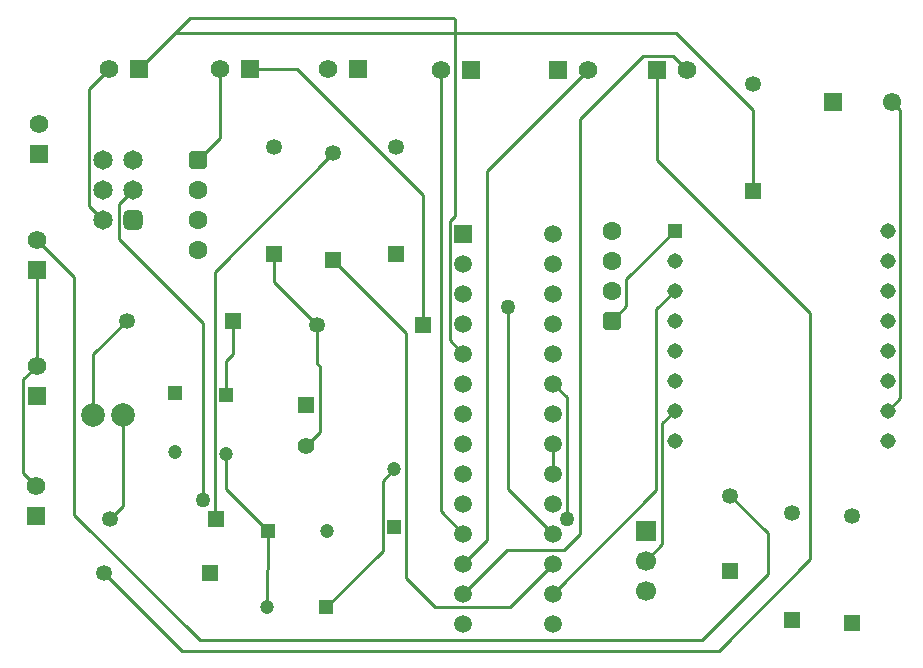
<source format=gbr>
G04*
G04 #@! TF.GenerationSoftware,Altium Limited,Altium Designer,24.10.1 (45)*
G04*
G04 Layer_Physical_Order=1*
G04 Layer_Color=255*
%FSLAX25Y25*%
%MOIN*%
G70*
G04*
G04 #@! TF.SameCoordinates,82B40839-DE60-4B9F-80D9-4B01C0AB2508*
G04*
G04*
G04 #@! TF.FilePolarity,Positive*
G04*
G01*
G75*
%ADD16C,0.01000*%
%ADD23C,0.04724*%
%ADD24R,0.04724X0.04724*%
%ADD25C,0.07874*%
%ADD26R,0.04724X0.04724*%
%ADD30C,0.06181*%
%ADD31R,0.06181X0.06181*%
%ADD32C,0.06102*%
%ADD33R,0.06102X0.06102*%
%ADD34R,0.06181X0.06181*%
%ADD44R,0.05315X0.05315*%
%ADD45C,0.05315*%
%ADD46R,0.05512X0.05512*%
%ADD47C,0.05512*%
%ADD48C,0.06693*%
%ADD49R,0.06693X0.06693*%
%ADD50R,0.05315X0.05315*%
%ADD51C,0.05150*%
%ADD52R,0.05150X0.05150*%
%ADD53C,0.06299*%
G04:AMPARAMS|DCode=54|XSize=62.99mil|YSize=62.99mil|CornerRadius=15.75mil|HoleSize=0mil|Usage=FLASHONLY|Rotation=270.000|XOffset=0mil|YOffset=0mil|HoleType=Round|Shape=RoundedRectangle|*
%AMROUNDEDRECTD54*
21,1,0.06299,0.03150,0,0,270.0*
21,1,0.03150,0.06299,0,0,270.0*
1,1,0.03150,-0.01575,-0.01575*
1,1,0.03150,-0.01575,0.01575*
1,1,0.03150,0.01575,0.01575*
1,1,0.03150,0.01575,-0.01575*
%
%ADD54ROUNDEDRECTD54*%
G04:AMPARAMS|DCode=55|XSize=64.96mil|YSize=64.96mil|CornerRadius=16.24mil|HoleSize=0mil|Usage=FLASHONLY|Rotation=90.000|XOffset=0mil|YOffset=0mil|HoleType=Round|Shape=RoundedRectangle|*
%AMROUNDEDRECTD55*
21,1,0.06496,0.03248,0,0,90.0*
21,1,0.03248,0.06496,0,0,90.0*
1,1,0.03248,0.01624,0.01624*
1,1,0.03248,0.01624,-0.01624*
1,1,0.03248,-0.01624,-0.01624*
1,1,0.03248,-0.01624,0.01624*
%
%ADD55ROUNDEDRECTD55*%
%ADD56C,0.06496*%
%ADD57C,0.05906*%
%ADD58R,0.05906X0.05906*%
%ADD59C,0.05000*%
D16*
X152600Y214000D02*
Y218414D01*
X152014Y219000D02*
X152600Y218414D01*
X64500Y219000D02*
X152014D01*
X59500Y214000D02*
X64500Y219000D01*
X152600Y152700D02*
Y214000D01*
X226300D01*
X59500D02*
X152600D01*
X47500Y202000D02*
X59500Y214000D01*
X72600Y52000D02*
Y134317D01*
X92500Y130783D02*
Y140283D01*
Y130783D02*
X106783Y116500D01*
X42000Y56217D02*
Y86500D01*
X37783Y52000D02*
X42000Y56217D01*
X106783Y103617D02*
Y116500D01*
Y103617D02*
X107700Y102700D01*
Y80810D02*
Y102700D01*
X103000Y76110D02*
X107700Y80810D01*
X76500Y62000D02*
Y73657D01*
Y62000D02*
X90500Y48000D01*
X13500Y145000D02*
X25900Y132600D01*
Y53100D02*
Y132600D01*
Y53100D02*
X67600Y11400D01*
X235000D01*
X257000Y33400D01*
Y47098D01*
X244500Y59598D02*
X257000Y47098D01*
X142217Y116500D02*
Y159983D01*
X100200Y202000D02*
X142217Y159983D01*
X84500Y202000D02*
X100200D01*
X163406Y167906D02*
X197000Y201500D01*
X163406Y44906D02*
Y167906D01*
X155500Y37000D02*
X163406Y44906D01*
X155500Y27000D02*
X170000Y41500D01*
X189000D01*
X194500Y47000D01*
Y185200D01*
X215400Y206100D01*
X225400D01*
X230000Y201500D01*
X170500Y62000D02*
X185500Y47000D01*
X170500Y62000D02*
Y122500D01*
X112000Y138283D02*
X136400Y113883D01*
Y32300D02*
Y113883D01*
Y32300D02*
X146200Y22500D01*
X171000D01*
X185500Y37000D01*
X74500Y179000D02*
Y202000D01*
X67000Y171500D02*
X74500Y179000D01*
X226300Y214000D02*
X252000Y188300D01*
Y161283D02*
Y188300D01*
X219900Y121900D02*
X226000Y128000D01*
X219900Y61400D02*
Y121900D01*
X185500Y27000D02*
X219900Y61400D01*
X220000Y171600D02*
Y201500D01*
Y171600D02*
X271200Y120400D01*
Y38600D02*
Y120400D01*
X240600Y8000D02*
X271200Y38600D01*
X61783Y8000D02*
X240600D01*
X35783Y34000D02*
X61783Y8000D01*
X40700Y156700D02*
X45500Y161500D01*
X40700Y145100D02*
Y156700D01*
Y145100D02*
X68600Y117200D01*
Y58200D02*
Y117200D01*
X30700Y195200D02*
X37500Y202000D01*
X30700Y156300D02*
Y195200D01*
Y156300D02*
X35500Y151500D01*
X151000Y111500D02*
X155500Y107000D01*
X151000Y111500D02*
Y151100D01*
X152600Y152700D01*
X190000Y52000D02*
Y92500D01*
X185500Y97000D02*
X190000Y92500D01*
X148000Y54500D02*
Y201500D01*
Y54500D02*
X155500Y47000D01*
X205000Y118000D02*
X209700Y122700D01*
Y131700D01*
X226000Y148000D01*
X128600Y64600D02*
X132500Y68500D01*
X128600Y41257D02*
Y64600D01*
X109843Y22500D02*
X128600Y41257D01*
X216500Y38000D02*
X221900Y43400D01*
Y83900D01*
X226000Y88000D01*
X32000Y86500D02*
Y106717D01*
X43283Y118000D01*
X72600Y52000D02*
X73217D01*
X72600Y134317D02*
X112000Y173717D01*
X297000Y88000D02*
X301100Y92100D01*
Y188243D01*
X298343Y191000D02*
X301100Y188243D01*
X8900Y98400D02*
X13500Y103000D01*
X8900Y67100D02*
Y98400D01*
Y67100D02*
X13000Y63000D01*
X90500Y35343D02*
Y48000D01*
X90157Y35000D02*
X90500Y35343D01*
X90157Y22500D02*
Y35000D01*
X185500Y67000D02*
Y77000D01*
X78717Y106717D02*
Y118000D01*
X76500Y104500D02*
X78717Y106717D01*
X76500Y93343D02*
Y104500D01*
X13500Y103000D02*
Y135000D01*
D23*
X132500Y68500D02*
D03*
X76500Y73657D02*
D03*
X59500Y74157D02*
D03*
X110185Y48000D02*
D03*
X90157Y22500D02*
D03*
D24*
X132500Y49287D02*
D03*
X76500Y93343D02*
D03*
X59500Y93843D02*
D03*
D25*
X32000Y86500D02*
D03*
X42000D02*
D03*
D26*
X90500Y48000D02*
D03*
X109843Y22500D02*
D03*
D30*
X14000Y183500D02*
D03*
X13500Y145000D02*
D03*
Y103000D02*
D03*
X13000Y63000D02*
D03*
X74500Y202000D02*
D03*
X37500D02*
D03*
X148000Y201500D02*
D03*
X230000D02*
D03*
X197000D02*
D03*
X110500Y202000D02*
D03*
D31*
X14000Y173500D02*
D03*
X13500Y135000D02*
D03*
Y93000D02*
D03*
X13000Y53000D02*
D03*
D32*
X298343Y191000D02*
D03*
D33*
X278657D02*
D03*
D34*
X84500Y202000D02*
D03*
X47500D02*
D03*
X158000Y201500D02*
D03*
X220000D02*
D03*
X187000D02*
D03*
X120500Y202000D02*
D03*
D44*
X71217Y34000D02*
D03*
X78717Y118000D02*
D03*
X142217Y116500D02*
D03*
X73217Y52000D02*
D03*
D45*
X35783Y34000D02*
D03*
X43283Y118000D02*
D03*
X244500Y59598D02*
D03*
X265000Y53717D02*
D03*
X285000Y52717D02*
D03*
X252000Y196717D02*
D03*
X106783Y116500D02*
D03*
X112000Y173717D02*
D03*
X37783Y52000D02*
D03*
X133000Y175717D02*
D03*
X92500D02*
D03*
D46*
X103000Y89890D02*
D03*
D47*
Y76110D02*
D03*
D48*
X216500Y28000D02*
D03*
Y38000D02*
D03*
D49*
Y48000D02*
D03*
D50*
X244500Y34402D02*
D03*
X265000Y18283D02*
D03*
X285000Y17283D02*
D03*
X252000Y161283D02*
D03*
X112000Y138283D02*
D03*
X133000Y140283D02*
D03*
X92500D02*
D03*
D51*
X226000Y118000D02*
D03*
Y108000D02*
D03*
X297000Y118000D02*
D03*
Y108000D02*
D03*
X226000Y98000D02*
D03*
Y128000D02*
D03*
X297000D02*
D03*
Y98000D02*
D03*
X226000Y138000D02*
D03*
X297000D02*
D03*
X226000Y88000D02*
D03*
X297000D02*
D03*
Y148000D02*
D03*
X226000Y78000D02*
D03*
X297000D02*
D03*
D52*
X226000Y148000D02*
D03*
D53*
X67000Y161500D02*
D03*
Y151500D02*
D03*
Y141500D02*
D03*
X205000Y128000D02*
D03*
Y138000D02*
D03*
Y148000D02*
D03*
D54*
X67000Y171500D02*
D03*
X205000Y118000D02*
D03*
D55*
X45500Y151500D02*
D03*
D56*
X35500D02*
D03*
X45500Y161500D02*
D03*
Y171500D02*
D03*
X35500Y161500D02*
D03*
Y171500D02*
D03*
D57*
X185500Y17000D02*
D03*
Y27000D02*
D03*
Y37000D02*
D03*
Y47000D02*
D03*
Y57000D02*
D03*
Y67000D02*
D03*
Y77000D02*
D03*
Y87000D02*
D03*
Y97000D02*
D03*
Y107000D02*
D03*
Y117000D02*
D03*
Y127000D02*
D03*
Y137000D02*
D03*
Y147000D02*
D03*
X155500Y17000D02*
D03*
Y27000D02*
D03*
Y37000D02*
D03*
Y47000D02*
D03*
Y57000D02*
D03*
Y67000D02*
D03*
Y77000D02*
D03*
Y87000D02*
D03*
Y97000D02*
D03*
Y107000D02*
D03*
Y117000D02*
D03*
Y127000D02*
D03*
Y137000D02*
D03*
D58*
Y147000D02*
D03*
D59*
X170500Y122500D02*
D03*
X68600Y58200D02*
D03*
X190000Y52000D02*
D03*
M02*

</source>
